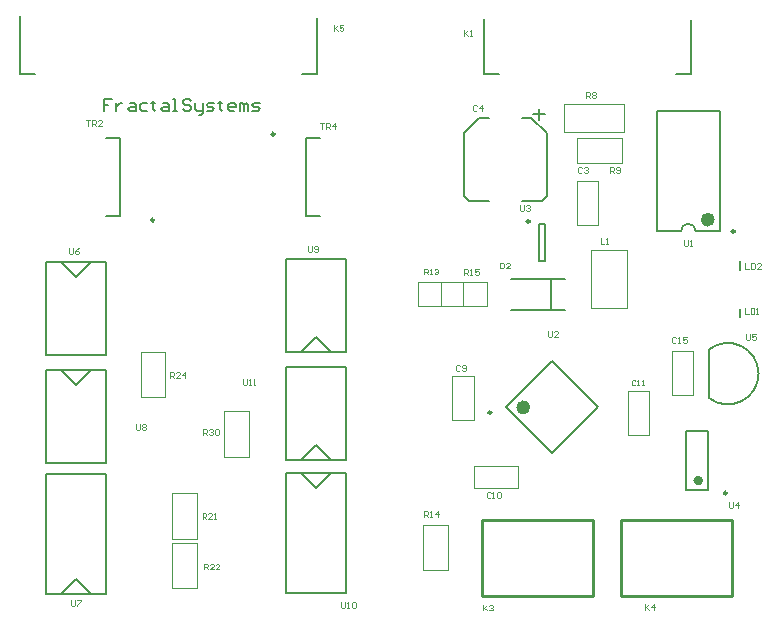
<source format=gto>
%FSLAX25Y25*%
%MOIN*%
G70*
G01*
G75*
G04 Layer_Color=65535*
%ADD10R,0.10039X0.07677*%
%ADD11R,0.05512X0.04331*%
%ADD12R,0.07087X0.08268*%
%ADD13R,0.04331X0.02362*%
%ADD14R,0.24410X0.22835*%
%ADD15R,0.11811X0.06299*%
%ADD16R,0.04331X0.05512*%
G04:AMPARAMS|DCode=17|XSize=9.84mil|YSize=70.87mil|CornerRadius=0mil|HoleSize=0mil|Usage=FLASHONLY|Rotation=135.000|XOffset=0mil|YOffset=0mil|HoleType=Round|Shape=Round|*
%AMOVALD17*
21,1,0.06102,0.00984,0.00000,0.00000,225.0*
1,1,0.00984,0.02158,0.02158*
1,1,0.00984,-0.02158,-0.02158*
%
%ADD17OVALD17*%

G04:AMPARAMS|DCode=18|XSize=9.84mil|YSize=70.87mil|CornerRadius=0mil|HoleSize=0mil|Usage=FLASHONLY|Rotation=45.000|XOffset=0mil|YOffset=0mil|HoleType=Round|Shape=Round|*
%AMOVALD18*
21,1,0.06102,0.00984,0.00000,0.00000,135.0*
1,1,0.00984,0.02158,-0.02158*
1,1,0.00984,-0.02158,0.02158*
%
%ADD18OVALD18*%

%ADD19R,0.07087X0.09055*%
%ADD20R,0.02362X0.11811*%
%ADD21O,0.08661X0.02362*%
%ADD22R,0.02756X0.03150*%
%ADD23R,0.06000X0.07000*%
%ADD24R,0.06299X0.12598*%
%ADD25C,0.01181*%
%ADD26C,0.01969*%
%ADD27C,0.01575*%
%ADD28C,0.00984*%
%ADD29C,0.01500*%
%ADD30C,0.07874*%
%ADD31C,0.03937*%
%ADD32C,0.07480*%
%ADD33C,0.06000*%
%ADD34O,0.07874X0.03937*%
%ADD35O,0.07874X0.03937*%
%ADD36C,0.05906*%
%ADD37R,0.05906X0.05906*%
%ADD38C,0.02362*%
%ADD39C,0.05000*%
G04:AMPARAMS|DCode=40|XSize=23.62mil|YSize=23.62mil|CornerRadius=1.18mil|HoleSize=0mil|Usage=FLASHONLY|Rotation=90.000|XOffset=0mil|YOffset=0mil|HoleType=Round|Shape=RoundedRectangle|*
%AMROUNDEDRECTD40*
21,1,0.02362,0.02126,0,0,90.0*
21,1,0.02126,0.02362,0,0,90.0*
1,1,0.00236,0.01063,0.01063*
1,1,0.00236,0.01063,-0.01063*
1,1,0.00236,-0.01063,-0.01063*
1,1,0.00236,-0.01063,0.01063*
%
%ADD40ROUNDEDRECTD40*%
%ADD41R,0.04600X0.04600*%
%ADD42R,0.07480X0.04331*%
%ADD43C,0.03150*%
%ADD44C,0.02362*%
%ADD45C,0.00787*%
%ADD46C,0.00394*%
%ADD47C,0.00591*%
%ADD48C,0.00800*%
%ADD49C,0.01000*%
%ADD50C,0.00669*%
D27*
X237402Y48425D02*
G03*
X237402Y48425I-787J0D01*
G01*
D28*
X180413Y134843D02*
G03*
X180413Y134843I-492J0D01*
G01*
X55216Y135276D02*
G03*
X55216Y135276I-492J0D01*
G01*
X95374Y163937D02*
G03*
X95374Y163937I-492J0D01*
G01*
X167605Y71164D02*
G03*
X167605Y71164I-492J0D01*
G01*
X246161Y44272D02*
G03*
X246161Y44272I-492J0D01*
G01*
X248760Y131457D02*
G03*
X248760Y131457I-492J0D01*
G01*
D44*
X179430Y72835D02*
G03*
X179430Y72835I-1181J0D01*
G01*
X240945Y135433D02*
G03*
X240945Y135433I-1181J0D01*
G01*
D45*
X240155Y75989D02*
G03*
X240155Y92121I6302J8066D01*
G01*
X235768Y131496D02*
G03*
X230768Y131496I-2500J0D01*
G01*
X187598Y105217D02*
Y115551D01*
X10441Y183858D02*
X15441D01*
X104441D02*
X109441D01*
X183661Y133858D02*
X185630D01*
X183661Y121653D02*
X185630D01*
X183661D02*
Y133858D01*
X185630Y121653D02*
Y133858D01*
X39185Y162480D02*
X43701D01*
Y136732D02*
Y162480D01*
X39185Y136732D02*
X43701D01*
X105905D02*
X110421D01*
X105905D02*
Y162480D01*
X110421D01*
X172681Y72835D02*
X187992Y57523D01*
Y88146D02*
X203304Y72835D01*
X172681D02*
X187992Y88146D01*
Y57523D02*
X203304Y72835D01*
X239764Y45276D02*
Y64961D01*
X232677Y45276D02*
Y64961D01*
Y45276D02*
X239764D01*
X232677Y64961D02*
X239764D01*
X240158Y75989D02*
Y92121D01*
X222835Y171654D02*
X243701D01*
X222835Y131496D02*
X230768Y131496D01*
X235768D02*
X243701Y131496D01*
X222835D02*
Y171654D01*
X243701Y131496D02*
Y171654D01*
X165165Y183858D02*
X170165D01*
X229165D02*
X234165D01*
D46*
X200689Y125295D02*
X212894D01*
X200689Y106004D02*
Y125295D01*
Y106004D02*
X212894D01*
Y125295D01*
X196260Y133760D02*
X203346D01*
Y148327D01*
X196260Y148327D02*
X203346Y148327D01*
X196260Y133760D02*
Y148327D01*
X227756Y91634D02*
X234842D01*
X227756Y77067D02*
Y91634D01*
Y77067D02*
X234842D01*
X234842Y91634D02*
X234842Y77067D01*
X144980Y18602D02*
Y33760D01*
X153051D01*
Y18602D02*
Y33760D01*
X144980Y18602D02*
X153051D01*
X61319Y12500D02*
Y27657D01*
X69390D01*
Y12500D02*
Y27657D01*
X61319Y12500D02*
X69390D01*
X61319Y29035D02*
Y44193D01*
X69390D01*
Y29035D02*
Y44193D01*
X61319Y29035D02*
X69390D01*
X58760Y76279D02*
Y91437D01*
X50689Y76279D02*
X58760D01*
X50689D02*
Y91437D01*
X58760D01*
X86713Y56398D02*
Y71555D01*
X78642Y56398D02*
X86713D01*
X78642D02*
Y71555D01*
X86713D01*
X150984Y114764D02*
X166142Y114764D01*
Y106693D02*
Y114764D01*
X150984Y106693D02*
X166142Y106693D01*
X150984Y106693D02*
Y114764D01*
X143110Y106693D02*
X158268Y106693D01*
X143110Y106693D02*
Y114764D01*
X158268Y114764D01*
Y106693D02*
Y114764D01*
X154626Y83169D02*
X161713D01*
X154626Y68602D02*
Y83169D01*
Y68602D02*
X161713Y68602D01*
Y83169D01*
X162008Y46063D02*
Y53150D01*
Y46063D02*
X176575D01*
Y53150D01*
X162008D02*
X176575D01*
X213189Y63779D02*
X220276D01*
Y78347D01*
X213189Y78347D02*
X220276Y78347D01*
X213189Y63779D02*
Y78347D01*
X196161Y162500D02*
X211319D01*
Y154429D02*
Y162500D01*
X196161Y154429D02*
X211319D01*
X196161D02*
Y162500D01*
X191831Y164764D02*
Y173819D01*
Y164764D02*
X211811D01*
Y173819D01*
X191831D02*
X211811D01*
X158465Y198523D02*
Y196555D01*
Y197211D01*
X159776Y198523D01*
X158793Y197539D01*
X159776Y196555D01*
X160432D02*
X161088D01*
X160760D01*
Y198523D01*
X160432Y198195D01*
X197795Y152534D02*
X197467Y152862D01*
X196811D01*
X196484Y152534D01*
Y151223D01*
X196811Y150894D01*
X197467D01*
X197795Y151223D01*
X198451Y152534D02*
X198779Y152862D01*
X199435D01*
X199763Y152534D01*
Y152206D01*
X199435Y151878D01*
X199107D01*
X199435D01*
X199763Y151550D01*
Y151223D01*
X199435Y150894D01*
X198779D01*
X198451Y151223D01*
X162828Y173293D02*
X162500Y173621D01*
X161844D01*
X161516Y173293D01*
Y171982D01*
X161844Y171653D01*
X162500D01*
X162828Y171982D01*
X164468Y171653D02*
Y173621D01*
X163484Y172637D01*
X164795D01*
X157119Y86679D02*
X156791Y87007D01*
X156135D01*
X155807Y86679D01*
Y85367D01*
X156135Y85039D01*
X156791D01*
X157119Y85367D01*
X157775D02*
X158103Y85039D01*
X158759D01*
X159087Y85367D01*
Y86679D01*
X158759Y87007D01*
X158103D01*
X157775Y86679D01*
Y86351D01*
X158103Y86023D01*
X159087D01*
X167355Y44160D02*
X167027Y44488D01*
X166371D01*
X166043Y44160D01*
Y42848D01*
X166371Y42520D01*
X167027D01*
X167355Y42848D01*
X168011Y42520D02*
X168667D01*
X168339D01*
Y44488D01*
X168011Y44160D01*
X169651D02*
X169979Y44488D01*
X170635D01*
X170963Y44160D01*
Y42848D01*
X170635Y42520D01*
X169979D01*
X169651Y42848D01*
Y44160D01*
X215682Y81758D02*
X215354Y82086D01*
X214698D01*
X214370Y81758D01*
Y80446D01*
X214698Y80118D01*
X215354D01*
X215682Y80446D01*
X216338Y80118D02*
X216994D01*
X216666D01*
Y82086D01*
X216338Y81758D01*
X217978Y80118D02*
X218634D01*
X218306D01*
Y82086D01*
X217978Y81758D01*
X229247Y95837D02*
X228919Y96166D01*
X228263D01*
X227935Y95837D01*
Y94526D01*
X228263Y94198D01*
X228919D01*
X229247Y94526D01*
X229903Y94198D02*
X230558D01*
X230230D01*
Y96166D01*
X229903Y95837D01*
X232854Y96166D02*
X231542D01*
Y95182D01*
X232198Y95509D01*
X232526D01*
X232854Y95182D01*
Y94526D01*
X232526Y94198D01*
X231870D01*
X231542Y94526D01*
X170628Y121097D02*
Y119129D01*
X171612D01*
X171940Y119457D01*
Y120769D01*
X171612Y121097D01*
X170628D01*
X173908Y119129D02*
X172596D01*
X173908Y120441D01*
Y120769D01*
X173580Y121097D01*
X172924D01*
X172596Y120769D01*
X164961Y7086D02*
Y5118D01*
Y5774D01*
X166272Y7086D01*
X165289Y6102D01*
X166272Y5118D01*
X166929Y6758D02*
X167256Y7086D01*
X167912D01*
X168240Y6758D01*
Y6430D01*
X167912Y6102D01*
X167584D01*
X167912D01*
X168240Y5774D01*
Y5446D01*
X167912Y5118D01*
X167256D01*
X166929Y5446D01*
X218898Y7283D02*
Y5315D01*
Y5971D01*
X220210Y7283D01*
X219226Y6299D01*
X220210Y5315D01*
X221849D02*
Y7283D01*
X220866Y6299D01*
X222177D01*
X115059Y200196D02*
Y198228D01*
Y198884D01*
X116371Y200196D01*
X115387Y199212D01*
X116371Y198228D01*
X118339Y200196D02*
X117027D01*
Y199212D01*
X117683Y199540D01*
X118011D01*
X118339Y199212D01*
Y198556D01*
X118011Y198228D01*
X117355D01*
X117027Y198556D01*
X204035Y129133D02*
Y127165D01*
X205347D01*
X206003D02*
X206659D01*
X206331D01*
Y129133D01*
X206003Y128805D01*
X252067Y105806D02*
Y103839D01*
X253379D01*
X254035Y105806D02*
Y103839D01*
X255019D01*
X255347Y104167D01*
Y105479D01*
X255019Y105806D01*
X254035D01*
X256003Y103839D02*
X256659D01*
X256331D01*
Y105806D01*
X256003Y105479D01*
X252165Y120964D02*
Y118996D01*
X253477D01*
X254133Y120964D02*
Y118996D01*
X255117D01*
X255445Y119324D01*
Y120636D01*
X255117Y120964D01*
X254133D01*
X257413Y118996D02*
X256101D01*
X257413Y120308D01*
Y120636D01*
X257085Y120964D01*
X256429D01*
X256101Y120636D01*
X199311Y175984D02*
Y177952D01*
X200295D01*
X200623Y177624D01*
Y176968D01*
X200295Y176640D01*
X199311D01*
X199967D02*
X200623Y175984D01*
X201279Y177624D02*
X201607Y177952D01*
X202263D01*
X202591Y177624D01*
Y177296D01*
X202263Y176968D01*
X202591Y176640D01*
Y176312D01*
X202263Y175984D01*
X201607D01*
X201279Y176312D01*
Y176640D01*
X201607Y176968D01*
X201279Y177296D01*
Y177624D01*
X201607Y176968D02*
X202263D01*
X207087Y150886D02*
Y152854D01*
X208070D01*
X208399Y152526D01*
Y151870D01*
X208070Y151542D01*
X207087D01*
X207743D02*
X208399Y150886D01*
X209054Y151214D02*
X209383Y150886D01*
X210038D01*
X210366Y151214D01*
Y152526D01*
X210038Y152854D01*
X209383D01*
X209054Y152526D01*
Y152198D01*
X209383Y151870D01*
X210366D01*
X145079Y117126D02*
Y119094D01*
X146063D01*
X146391Y118766D01*
Y118110D01*
X146063Y117782D01*
X145079D01*
X145735D02*
X146391Y117126D01*
X147047D02*
X147703D01*
X147375D01*
Y119094D01*
X147047Y118766D01*
X148687D02*
X149014Y119094D01*
X149670D01*
X149998Y118766D01*
Y118438D01*
X149670Y118110D01*
X149342D01*
X149670D01*
X149998Y117782D01*
Y117454D01*
X149670Y117126D01*
X149014D01*
X148687Y117454D01*
X145191Y36358D02*
Y38326D01*
X146175D01*
X146503Y37998D01*
Y37342D01*
X146175Y37014D01*
X145191D01*
X145847D02*
X146503Y36358D01*
X147159D02*
X147815D01*
X147487D01*
Y38326D01*
X147159Y37998D01*
X149783Y36358D02*
Y38326D01*
X148799Y37342D01*
X150111D01*
X158563Y116831D02*
Y118799D01*
X159547D01*
X159875Y118471D01*
Y117815D01*
X159547Y117487D01*
X158563D01*
X159219D02*
X159875Y116831D01*
X160531D02*
X161187D01*
X160859D01*
Y118799D01*
X160531Y118471D01*
X163483Y118799D02*
X162171D01*
Y117815D01*
X162827Y118143D01*
X163155D01*
X163483Y117815D01*
Y117159D01*
X163155Y116831D01*
X162499D01*
X162171Y117159D01*
X71358Y35630D02*
Y37598D01*
X72342D01*
X72670Y37270D01*
Y36614D01*
X72342Y36286D01*
X71358D01*
X72014D02*
X72670Y35630D01*
X74638D02*
X73326D01*
X74638Y36942D01*
Y37270D01*
X74310Y37598D01*
X73654D01*
X73326Y37270D01*
X75294Y35630D02*
X75950D01*
X75622D01*
Y37598D01*
X75294Y37270D01*
X71752Y18799D02*
Y20767D01*
X72736D01*
X73064Y20439D01*
Y19783D01*
X72736Y19455D01*
X71752D01*
X72408D02*
X73064Y18799D01*
X75032D02*
X73720D01*
X75032Y20111D01*
Y20439D01*
X74704Y20767D01*
X74048D01*
X73720Y20439D01*
X77000Y18799D02*
X75688D01*
X77000Y20111D01*
Y20439D01*
X76672Y20767D01*
X76016D01*
X75688Y20439D01*
X60433Y82677D02*
Y84645D01*
X61417D01*
X61745Y84317D01*
Y83661D01*
X61417Y83333D01*
X60433D01*
X61089D02*
X61745Y82677D01*
X63713D02*
X62401D01*
X63713Y83989D01*
Y84317D01*
X63385Y84645D01*
X62729D01*
X62401Y84317D01*
X65353Y82677D02*
Y84645D01*
X64369Y83661D01*
X65681D01*
X71457Y63583D02*
Y65551D01*
X72441D01*
X72769Y65223D01*
Y64567D01*
X72441Y64239D01*
X71457D01*
X72113D02*
X72769Y63583D01*
X73425Y65223D02*
X73752Y65551D01*
X74409D01*
X74736Y65223D01*
Y64895D01*
X74409Y64567D01*
X74080D01*
X74409D01*
X74736Y64239D01*
Y63911D01*
X74409Y63583D01*
X73752D01*
X73425Y63911D01*
X75392Y65223D02*
X75720Y65551D01*
X76376D01*
X76704Y65223D01*
Y63911D01*
X76376Y63583D01*
X75720D01*
X75392Y63911D01*
Y65223D01*
X231988Y128740D02*
Y127100D01*
X232316Y126772D01*
X232972D01*
X233300Y127100D01*
Y128740D01*
X233956Y126772D02*
X234612D01*
X234284D01*
Y128740D01*
X233956Y128411D01*
X186614Y98326D02*
Y96686D01*
X186942Y96358D01*
X187598D01*
X187926Y96686D01*
Y98326D01*
X189894Y96358D02*
X188582D01*
X189894Y97670D01*
Y97998D01*
X189566Y98326D01*
X188910D01*
X188582Y97998D01*
X177090Y140170D02*
Y138530D01*
X177418Y138202D01*
X178074D01*
X178402Y138530D01*
Y140170D01*
X179058Y139842D02*
X179386Y140170D01*
X180042D01*
X180369Y139842D01*
Y139514D01*
X180042Y139186D01*
X179714D01*
X180042D01*
X180369Y138858D01*
Y138530D01*
X180042Y138202D01*
X179386D01*
X179058Y138530D01*
X246850Y41240D02*
Y39600D01*
X247178Y39272D01*
X247834D01*
X248162Y39600D01*
Y41240D01*
X249802Y39272D02*
Y41240D01*
X248818Y40256D01*
X250130D01*
X252461Y97243D02*
Y95604D01*
X252789Y95276D01*
X253445D01*
X253772Y95604D01*
Y97243D01*
X255740D02*
X254429D01*
Y96259D01*
X255084Y96588D01*
X255412D01*
X255740Y96259D01*
Y95604D01*
X255412Y95276D01*
X254756D01*
X254429Y95604D01*
X26870Y125984D02*
Y124344D01*
X27198Y124016D01*
X27854D01*
X28182Y124344D01*
Y125984D01*
X30150D02*
X29494Y125656D01*
X28838Y125000D01*
Y124344D01*
X29166Y124016D01*
X29822D01*
X30150Y124344D01*
Y124672D01*
X29822Y125000D01*
X28838D01*
X27461Y8464D02*
Y6824D01*
X27789Y6496D01*
X28445D01*
X28773Y6824D01*
Y8464D01*
X29428D02*
X30740D01*
Y8136D01*
X29428Y6824D01*
Y6496D01*
X49213Y67125D02*
Y65486D01*
X49541Y65158D01*
X50196D01*
X50524Y65486D01*
Y67125D01*
X51180Y66797D02*
X51508Y67125D01*
X52164D01*
X52492Y66797D01*
Y66469D01*
X52164Y66141D01*
X52492Y65813D01*
Y65486D01*
X52164Y65158D01*
X51508D01*
X51180Y65486D01*
Y65813D01*
X51508Y66141D01*
X51180Y66469D01*
Y66797D01*
X51508Y66141D02*
X52164D01*
X106595Y126673D02*
Y125033D01*
X106922Y124705D01*
X107578D01*
X107906Y125033D01*
Y126673D01*
X108562Y125033D02*
X108890Y124705D01*
X109546D01*
X109874Y125033D01*
Y126345D01*
X109546Y126673D01*
X108890D01*
X108562Y126345D01*
Y126017D01*
X108890Y125689D01*
X109874D01*
X117520Y7873D02*
Y6233D01*
X117848Y5906D01*
X118504D01*
X118832Y6233D01*
Y7873D01*
X119488Y5906D02*
X120143D01*
X119816D01*
Y7873D01*
X119488Y7545D01*
X121127D02*
X121455Y7873D01*
X122111D01*
X122439Y7545D01*
Y6233D01*
X122111Y5906D01*
X121455D01*
X121127Y6233D01*
Y7545D01*
X84744Y82184D02*
Y80545D01*
X85072Y80216D01*
X85728D01*
X86056Y80545D01*
Y82184D01*
X86712Y80216D02*
X87368D01*
X87040D01*
Y82184D01*
X86712Y81856D01*
X88352Y80216D02*
X89008D01*
X88680D01*
Y82184D01*
X88352Y81856D01*
X32677Y168700D02*
X33989D01*
X33333D01*
Y166732D01*
X34645D02*
Y168700D01*
X35629D01*
X35957Y168372D01*
Y167716D01*
X35629Y167388D01*
X34645D01*
X35301D02*
X35957Y166732D01*
X37925D02*
X36613D01*
X37925Y168044D01*
Y168372D01*
X37597Y168700D01*
X36941D01*
X36613Y168372D01*
X110630Y167716D02*
X111942D01*
X111286D01*
Y165748D01*
X112598D02*
Y167716D01*
X113582D01*
X113910Y167388D01*
Y166732D01*
X113582Y166404D01*
X112598D01*
X113254D02*
X113910Y165748D01*
X115550D02*
Y167716D01*
X114566Y166732D01*
X115877D01*
D47*
X174114Y115650D02*
X192224D01*
X174114Y105118D02*
X192224D01*
X250492Y102953D02*
X250492Y105709D01*
Y118701D02*
Y121457D01*
X158465Y164173D02*
X163583Y169291D01*
X180905D02*
X186024Y164173D01*
X184449Y141732D02*
X186024Y143307D01*
X158465D02*
X160039Y141732D01*
X181496Y170472D02*
X185433D01*
X183465Y168504D02*
Y172441D01*
X186024Y143307D02*
Y164173D01*
X177756Y141732D02*
X184449D01*
X177756Y169291D02*
X180905D01*
X160039Y141732D02*
X166732D01*
X158465Y143307D02*
Y164173D01*
X163583Y169291D02*
X166732D01*
D48*
X10441Y183858D02*
Y203346D01*
X109441Y183858D02*
Y202756D01*
X19094Y10748D02*
X39094D01*
X29094Y15748D02*
X34095Y10748D01*
X24094D02*
X29094Y15748D01*
X19094Y50748D02*
X39094D01*
X19094Y10748D02*
Y50748D01*
X39094Y10748D02*
Y50748D01*
X19094Y54394D02*
Y85378D01*
X39094Y54394D02*
Y85378D01*
X19094Y54394D02*
X39094D01*
X29094Y80378D02*
X34095Y85378D01*
X24094D02*
X29094Y80378D01*
X19094Y85378D02*
X39094D01*
X19094Y90394D02*
Y121378D01*
X39094Y90394D02*
Y121378D01*
X19094Y90394D02*
X39094D01*
X29094Y116378D02*
X34095Y121378D01*
X24094D02*
X29094Y116378D01*
X19094Y121378D02*
X39094D01*
X119095Y91378D02*
Y122362D01*
X99094Y91378D02*
Y122362D01*
X119095D01*
X104095Y91378D02*
X109095Y96378D01*
X114094Y91378D01*
X99094D02*
X119095D01*
Y55378D02*
Y86362D01*
X99094Y55378D02*
Y86362D01*
X119095D01*
X104095Y55378D02*
X109095Y60378D01*
X114094Y55378D01*
X99094D02*
X119095D01*
X99094Y50866D02*
X119095D01*
X104095D02*
X109095Y45866D01*
X114094Y50866D01*
X99094Y10866D02*
X119095D01*
Y50866D01*
X99094Y10866D02*
Y50866D01*
X165165Y183858D02*
Y202165D01*
X234165Y183858D02*
Y202067D01*
D49*
X164567Y35433D02*
X201575D01*
Y9843D02*
Y35433D01*
X164567Y9843D02*
Y35433D01*
Y9843D02*
X201575D01*
X210827Y35433D02*
X247835D01*
Y9843D02*
Y35433D01*
X210827Y9843D02*
Y35433D01*
Y9843D02*
X247835D01*
D50*
X41206Y175491D02*
X38583D01*
Y173523D01*
X39895D01*
X38583D01*
Y171555D01*
X42518Y174179D02*
Y171555D01*
Y172867D01*
X43174Y173523D01*
X43830Y174179D01*
X44486D01*
X47110D02*
X48422D01*
X49078Y173523D01*
Y171555D01*
X47110D01*
X46454Y172211D01*
X47110Y172867D01*
X49078D01*
X53014Y174179D02*
X51046D01*
X50390Y173523D01*
Y172211D01*
X51046Y171555D01*
X53014D01*
X54982Y174835D02*
Y174179D01*
X54326D01*
X55638D01*
X54982D01*
Y172211D01*
X55638Y171555D01*
X58261Y174179D02*
X59573D01*
X60229Y173523D01*
Y171555D01*
X58261D01*
X57605Y172211D01*
X58261Y172867D01*
X60229D01*
X61541Y171555D02*
X62853D01*
X62197D01*
Y175491D01*
X61541D01*
X67445Y174835D02*
X66789Y175491D01*
X65477D01*
X64821Y174835D01*
Y174179D01*
X65477Y173523D01*
X66789D01*
X67445Y172867D01*
Y172211D01*
X66789Y171555D01*
X65477D01*
X64821Y172211D01*
X68757Y174179D02*
Y172211D01*
X69413Y171555D01*
X71381D01*
Y170899D01*
X70724Y170243D01*
X70069D01*
X71381Y171555D02*
Y174179D01*
X72692Y171555D02*
X74660D01*
X75316Y172211D01*
X74660Y172867D01*
X73348D01*
X72692Y173523D01*
X73348Y174179D01*
X75316D01*
X77284Y174835D02*
Y174179D01*
X76628D01*
X77940D01*
X77284D01*
Y172211D01*
X77940Y171555D01*
X81876D02*
X80564D01*
X79908Y172211D01*
Y173523D01*
X80564Y174179D01*
X81876D01*
X82532Y173523D01*
Y172867D01*
X79908D01*
X83844Y171555D02*
Y174179D01*
X84500D01*
X85156Y173523D01*
Y171555D01*
Y173523D01*
X85812Y174179D01*
X86467Y173523D01*
Y171555D01*
X87779D02*
X89747D01*
X90403Y172211D01*
X89747Y172867D01*
X88435D01*
X87779Y173523D01*
X88435Y174179D01*
X90403D01*
M02*

</source>
